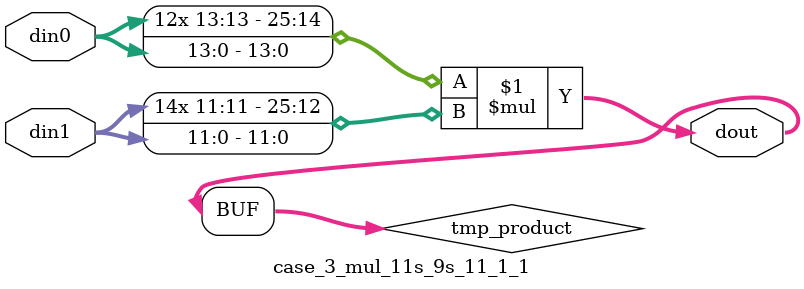
<source format=v>

`timescale 1 ns / 1 ps

 module case_3_mul_11s_9s_11_1_1(din0, din1, dout);
parameter ID = 1;
parameter NUM_STAGE = 0;
parameter din0_WIDTH = 14;
parameter din1_WIDTH = 12;
parameter dout_WIDTH = 26;

input [din0_WIDTH - 1 : 0] din0; 
input [din1_WIDTH - 1 : 0] din1; 
output [dout_WIDTH - 1 : 0] dout;

wire signed [dout_WIDTH - 1 : 0] tmp_product;



























assign tmp_product = $signed(din0) * $signed(din1);








assign dout = tmp_product;





















endmodule

</source>
